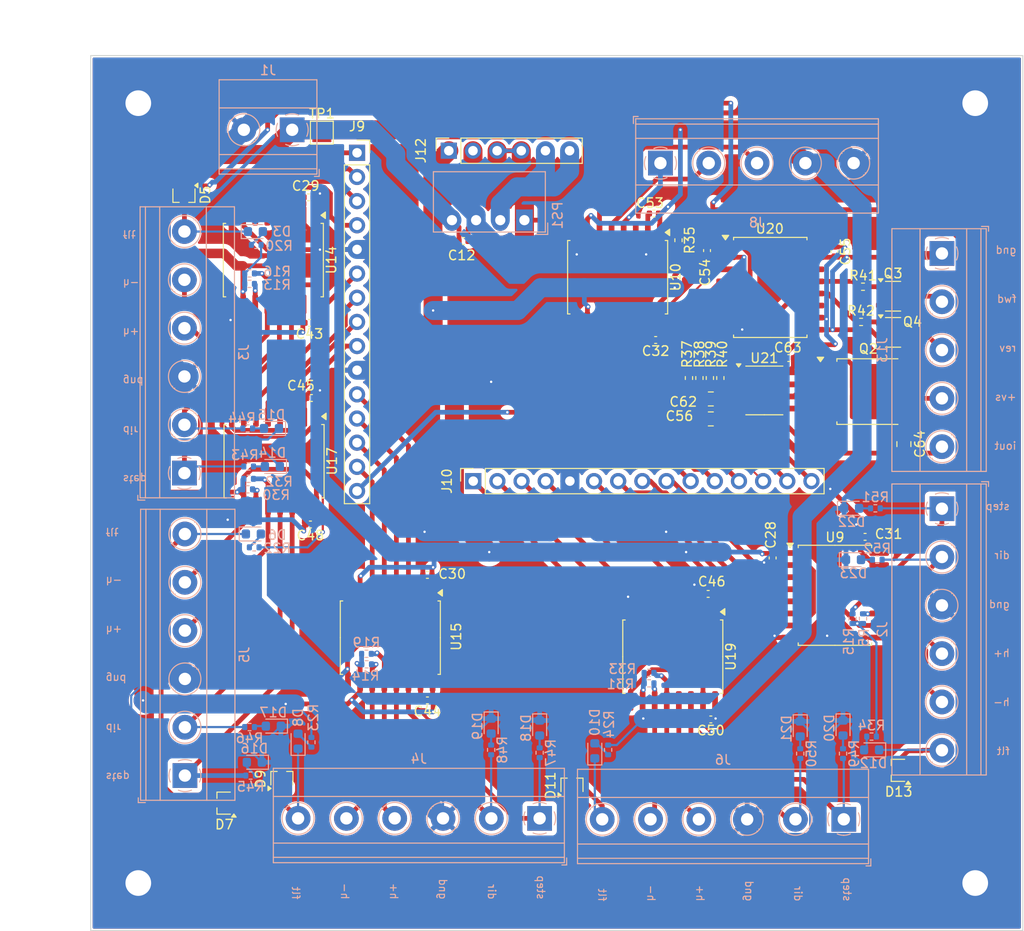
<source format=kicad_pcb>
(kicad_pcb
	(version 20240108)
	(generator "pcbnew")
	(generator_version "8.0")
	(general
		(thickness 1.5792)
		(legacy_teardrops no)
	)
	(paper "A4")
	(layers
		(0 "F.Cu" signal)
		(1 "In1.Cu" signal)
		(2 "In2.Cu" signal)
		(31 "B.Cu" signal)
		(32 "B.Adhes" user "B.Adhesive")
		(33 "F.Adhes" user "F.Adhesive")
		(34 "B.Paste" user)
		(35 "F.Paste" user)
		(36 "B.SilkS" user "B.Silkscreen")
		(37 "F.SilkS" user "F.Silkscreen")
		(38 "B.Mask" user)
		(39 "F.Mask" user)
		(40 "Dwgs.User" user "User.Drawings")
		(41 "Cmts.User" user "User.Comments")
		(42 "Eco1.User" user "User.Eco1")
		(43 "Eco2.User" user "User.Eco2")
		(44 "Edge.Cuts" user)
		(45 "Margin" user)
		(46 "B.CrtYd" user "B.Courtyard")
		(47 "F.CrtYd" user "F.Courtyard")
		(48 "B.Fab" user)
		(49 "F.Fab" user)
	)
	(setup
		(stackup
			(layer "F.SilkS"
				(type "Top Silk Screen")
			)
			(layer "F.Paste"
				(type "Top Solder Paste")
			)
			(layer "F.Mask"
				(type "Top Solder Mask")
				(color "Green")
				(thickness 0.01)
			)
			(layer "F.Cu"
				(type "copper")
				(thickness 0.035)
			)
			(layer "dielectric 1"
				(type "core")
				(thickness 0.0994)
				(material "Prepreg")
				(epsilon_r 4.4)
				(loss_tangent 0.02)
			)
			(layer "In1.Cu"
				(type "copper")
				(thickness 0.0152)
			)
			(layer "dielectric 2"
				(type "prepreg")
				(thickness 1.26)
				(material "Core")
				(epsilon_r 4.6)
				(loss_tangent 0.02)
			)
			(layer "In2.Cu"
				(type "copper")
				(thickness 0.0152)
			)
			(layer "dielectric 3"
				(type "core")
				(thickness 0.0994)
				(material "FR4")
				(epsilon_r 4.4)
				(loss_tangent 0.02)
			)
			(layer "B.Cu"
				(type "copper")
				(thickness 0.035)
			)
			(layer "B.Mask"
				(type "Bottom Solder Mask")
				(color "Green")
				(thickness 0.01)
			)
			(layer "B.Paste"
				(type "Bottom Solder Paste")
			)
			(layer "B.SilkS"
				(type "Bottom Silk Screen")
			)
			(copper_finish "None")
			(dielectric_constraints yes)
		)
		(pad_to_mask_clearance 0)
		(allow_soldermask_bridges_in_footprints no)
		(aux_axis_origin -1.5 -34)
		(grid_origin -1.5 -34)
		(pcbplotparams
			(layerselection 0x00010fc_ffffffff)
			(plot_on_all_layers_selection 0x0000000_00000000)
			(disableapertmacros no)
			(usegerberextensions no)
			(usegerberattributes yes)
			(usegerberadvancedattributes yes)
			(creategerberjobfile yes)
			(dashed_line_dash_ratio 12.000000)
			(dashed_line_gap_ratio 3.000000)
			(svgprecision 4)
			(plotframeref no)
			(viasonmask no)
			(mode 1)
			(useauxorigin no)
			(hpglpennumber 1)
			(hpglpenspeed 20)
			(hpglpendiameter 15.000000)
			(pdf_front_fp_property_popups yes)
			(pdf_back_fp_property_popups yes)
			(dxfpolygonmode yes)
			(dxfimperialunits yes)
			(dxfusepcbnewfont yes)
			(psnegative no)
			(psa4output no)
			(plotreference yes)
			(plotvalue yes)
			(plotfptext yes)
			(plotinvisibletext no)
			(sketchpadsonfab no)
			(subtractmaskfromsilk no)
			(outputformat 1)
			(mirror no)
			(drillshape 1)
			(scaleselection 1)
			(outputdirectory "")
		)
	)
	(net 0 "")
	(net 1 "GND1")
	(net 2 "Net-(D3-A)")
	(net 3 "Net-(D6-A)")
	(net 4 "Net-(D8-A)")
	(net 5 "unconnected-(D9-NC-Pad2)")
	(net 6 "unconnected-(D11-NC-Pad2)")
	(net 7 "unconnected-(D13-NC-Pad2)")
	(net 8 "Net-(J4-Pin_5)")
	(net 9 "Net-(J4-Pin_4)")
	(net 10 "Net-(J5-Pin_4)")
	(net 11 "Net-(J5-Pin_5)")
	(net 12 "Net-(J6-Pin_4)")
	(net 13 "Net-(J6-Pin_5)")
	(net 14 "/FPGA/breakout/+5V_ISO")
	(net 15 "GND2")
	(net 16 "/FPGA/+3V3_GND2")
	(net 17 "/FPGA/breakout/+5V_ISO_GND3")
	(net 18 "GND3")
	(net 19 "Net-(C56-Pad1)")
	(net 20 "Net-(C62-Pad1)")
	(net 21 "/FPGA/breakout/+VS")
	(net 22 "/FPGA/breakout/iout")
	(net 23 "/FPGA/breakout/flta")
	(net 24 "unconnected-(D5-NC-Pad2)")
	(net 25 "/FPGA/breakout/fault_iso")
	(net 26 "/FPGA/breakout/fltb")
	(net 27 "unconnected-(D7-NC-Pad2)")
	(net 28 "/FPGA/breakout/fltc")
	(net 29 "/FPGA/breakout/fltd")
	(net 30 "Net-(D10-A)")
	(net 31 "/FPGA/breakout/flte")
	(net 32 "Net-(D12-A)")
	(net 33 "/FPGA/breakout/e_step_iso")
	(net 34 "Net-(J2-Pin_5)")
	(net 35 "Net-(J2-Pin_4)")
	(net 36 "/FPGA/breakout/e_dir_iso")
	(net 37 "Net-(J3-Pin_5)")
	(net 38 "Net-(J3-Pin_4)")
	(net 39 "/FPGA/breakout/a_step_iso")
	(net 40 "/FPGA/breakout/a_dir_iso")
	(net 41 "/FPGA/breakout/c_step_iso")
	(net 42 "/FPGA/breakout/c_dir_iso")
	(net 43 "/FPGA/breakout/b_step_iso")
	(net 44 "/FPGA/breakout/b_dir_iso")
	(net 45 "/FPGA/breakout/d_step_iso")
	(net 46 "/FPGA/breakout/d_dir_iso")
	(net 47 "Net-(J8-Pin_3)")
	(net 48 "Net-(J8-Pin_2)")
	(net 49 "Net-(J8-Pin_1)")
	(net 50 "/FPGA/breakout/b_dir")
	(net 51 "/FPGA/breakout/a_home-")
	(net 52 "/FPGA/breakout/b_step")
	(net 53 "/FPGA/breakout/b_home-")
	(net 54 "/FPGA/breakout/c_home-")
	(net 55 "/FPGA/breakout/stepper_enable")
	(net 56 "/FPGA/breakout/c_step")
	(net 57 "/FPGA/breakout/a_dir")
	(net 58 "/FPGA/breakout/c_home+")
	(net 59 "/FPGA/breakout/a_home+")
	(net 60 "/FPGA/breakout/c_dir")
	(net 61 "/FPGA/breakout/b_home+")
	(net 62 "/FPGA/breakout/a_step")
	(net 63 "/FPGA/breakout/e_home+")
	(net 64 "/FPGA/breakout/d_step")
	(net 65 "/FPGA/breakout/estop")
	(net 66 "/FPGA/breakout/d_home+")
	(net 67 "/FPGA/breakout/e_home-")
	(net 68 "/FPGA/breakout/fault")
	(net 69 "/FPGA/breakout/d_dir")
	(net 70 "/FPGA/breakout/spindle_fwd")
	(net 71 "/FPGA/breakout/e_dir")
	(net 72 "/FPGA/breakout/spindle_rev")
	(net 73 "/FPGA/breakout/spindle_pwm")
	(net 74 "/FPGA/breakout/d_home-")
	(net 75 "/FPGA/breakout/e_step")
	(net 76 "/FPGA/+5V_GND2")
	(net 77 "/FPGA/breakout/spindle_fwd_oc")
	(net 78 "/FPGA/breakout/spindle_rev_oc")
	(net 79 "Net-(Q2-B)")
	(net 80 "Net-(Q2-E)")
	(net 81 "Net-(Q3-B)")
	(net 82 "Net-(Q4-B)")
	(net 83 "/FPGA/breakout/spindle_pwm_iso")
	(net 84 "Net-(U21-IIN)")
	(net 85 "Net-(U21-VREF)")
	(net 86 "/FPGA/breakout/spindle_fwd_iso")
	(net 87 "/FPGA/breakout/spindle_rev_iso")
	(net 88 "unconnected-(U20-IND-Pad11)")
	(net 89 "unconnected-(U20-OUTD-Pad6)")
	(net 90 "/FPGA/breakout/probe")
	(net 91 "Net-(D14-A)")
	(net 92 "Net-(D15-A)")
	(net 93 "Net-(D16-A)")
	(net 94 "Net-(D17-A)")
	(net 95 "Net-(D18-A)")
	(net 96 "Net-(D19-A)")
	(net 97 "Net-(D20-A)")
	(net 98 "Net-(D21-A)")
	(net 99 "Net-(D22-A)")
	(net 100 "Net-(D23-A)")
	(footprint "Package_SO:SOIC-16W_7.5x10.3mm_P1.27mm" (layer "F.Cu") (at 170.949999 44.375))
	(footprint "Package_SO:SOIC-16W_7.5x10.3mm_P1.27mm" (layer "F.Cu") (at 118.7 41.5 -90))
	(footprint "Package_SO:SOIC-16W_7.5x10.3mm_P1.27mm" (layer "F.Cu") (at 118.775 62.650001 -90))
	(footprint "Package_TO_SOT_SMD:SOT-23-3" (layer "F.Cu") (at 183.8625 49.1))
	(footprint "Capacitor_SMD:C_0402_1005Metric" (layer "F.Cu") (at 122.7 56 180))
	(footprint "Capacitor_SMD:C_0402_1005Metric" (layer "F.Cu") (at 122.4 34.9 180))
	(footprint "Resistor_SMD:R_0402_1005Metric" (layer "F.Cu") (at 164.6 53.9 -90))
	(footprint "Capacitor_SMD:C_0805_2012Metric" (layer "F.Cu") (at 164.7 56.1))
	(footprint "Package_TO_SOT_SMD:SOT-323_SC-70" (layer "F.Cu") (at 150.1 96.7 90))
	(footprint "Package_SO:SOIC-8_3.9x4.9mm_P1.27mm" (layer "F.Cu") (at 170.325 55.205))
	(footprint "Package_TO_SOT_SMD:TO-252-2" (layer "F.Cu") (at 181.265 55.325))
	(footprint "Connector_PinSocket_2.54mm:PinSocket_1x15_P2.54mm_Vertical" (layer "F.Cu") (at 139.72 64.74 90))
	(footprint "Capacitor_SMD:C_0805_2012Metric" (layer "F.Cu") (at 185 60.850001 -90))
	(footprint "Package_SO:SOIC-16W_7.5x10.3mm_P1.27mm" (layer "F.Cu") (at 131 81.2 -90))
	(footprint "Package_SO:SOIC-16W_7.5x10.3mm_P1.27mm" (layer "F.Cu") (at 160.7 83.2 -90))
	(footprint "PCM_kikit:Board" (layer "F.Cu") (at 99.5 20))
	(footprint "Capacitor_SMD:C_0402_1005Metric" (layer "F.Cu") (at 177.7 40.6 -90))
	(footprint "Package_TO_SOT_SMD:SOT-323_SC-70" (layer "F.Cu") (at 113.5 98.6 180))
	(footprint "Capacitor_SMD:C_0402_1005Metric" (layer "F.Cu") (at 138.7 39.5))
	(footprint "MountingHole:MountingHole_2.7mm_M2.5" (layer "F.Cu") (at 192.5 107))
	(footprint "Capacitor_SMD:C_0402_1005Metric" (layer "F.Cu") (at 122.5 48.1 180))
	(footprint "Package_TO_SOT_SMD:SOT-323_SC-70" (layer "F.Cu") (at 184.4 95.15 180))
	(footprint "Resistor_SMD:R_0402_1005Metric" (layer "F.Cu") (at 163.5 53.9 -90))
	(footprint "Capacitor_SMD:C_0402_1005Metric" (layer "F.Cu") (at 134.9 74.6 180))
	(footprint "Connector_PinSocket_2.54mm:PinSocket_1x15_P2.54mm_Vertical" (layer "F.Cu") (at 127.5 30.22))
	(footprint "TestPoint:TestPoint_Pad_2.0x2.0mm" (layer "F.Cu") (at 123.8 28.1))
	(footprint "Capacitor_SMD:C_0402_1005Metric" (layer "F.Cu") (at 158.72 36.6 180))
	(footprint "Capacitor_SMD:C_0402_1005Metric" (layer "F.Cu") (at 164.3 40.5 -90))
	(footprint "Capacitor_SMD:C_0805_2012Metric" (layer "F.Cu") (at 164.7 58.2))
	(footprint "Capacitor_SMD:C_0402_1005Metric" (layer "F.Cu") (at 171.2 72.82 -90))
	(footprint "Package_TO_SOT_SMD:SOT-23-3" (layer "F.Cu") (at 183.8625 45.3))
	(footprint "Capacitor_SMD:C_0402_1005Metric" (layer "F.Cu") (at 180.92 70.6 180))
	(footprint "Capacitor_SMD:C_0402_1005Metric" (layer "F.Cu") (at 164.7 89.8 180))
	(footprint "Package_TO_SOT_SMD:SOT-323_SC-70" (layer "F.Cu") (at 119.6 96 90))
	(footprint "MountingHole:MountingHole_2.7mm_M2.5" (layer "F.Cu") (at 104.5 25))
	(footprint "Capacitor_SMD:C_0402_1005Metric"
		(layer "F.Cu")
		(uuid "b57bd500-629b-4d0c-afe2-132f28956bac")
		(at 172.9 51.8 180)
		(descr "Capacitor SMD 0402 (1005 Metric), square (rectangular) end terminal, IPC_7351 nominal, (Body size source: IPC-SM-782 page 76, https://www.pcb-3d.com/wordpress/wp-content/uploads/ipc-sm-782a_amendment_1_and_2.pdf), generated with kicad-footprint-generator")
		(tags "capacitor")
		(property "Reference" "C63"
			(at 0.1 1.1 0)
			(unlocked yes)
			(layer "F.SilkS")
			(uuid "152c9a28-5058-4c4d-889f-4078cc9cae49")
			(effects
				(font
					(size 1 1)
					(thickness 0.15)
				)
			)
		)
		(property "Value" "0.1 uF"
			(at 0 1.16 0)
			(unlocked yes)
			(layer "F.Fab")
			(uuid "03962429-5d9a-4298-a8eb-22a333223126")
			(effects
				(font
					(size 1 1)
					(thickness 0.15)
				)
			)
		)
		(property "Footprint" "Capacitor_SMD:C_0402_1005Metric"
			(at 0 0 180)
			(unlocked yes)
			(layer "F.Fab")
			(hide yes)
			(uuid "ff807701-aac3-4435-b629-4cf3b8053eaf")
			(effects
				(font
					(size 1.27 1.27)
					(thickness 0.15)
				)
			)
		)
		(property "Datasheet" ""
			(at 0 0 180)
			(unlocked yes)
			(layer "F.Fab")
			(hide yes)
			(uuid "e38460f3-1806-46b4-919f-39d0090f01d6")
			(effects
				(font
					(size 1.27 1.27)
					(thickness 0.15)
				)
			)
		)
		(property "Description" "Unpolarized cap
... [953060 chars truncated]
</source>
